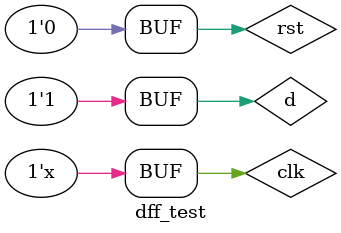
<source format=v>
module dff(q, qbar, d, clk, rst);
    output q, qbar;        // Outputs: q and qbar
    input clk, d, rst;     // Inputs: clock, data, reset
    reg tq;                // Internal register to store state

    // Always block for synchronous reset and data input
    always @(posedge clk or posedge rst) begin
        if (rst)           // If reset is high
            tq <= 1'b0;    // Reset the flip-flop
        else               // Otherwise
            tq <= d;       // Store data on the rising edge of clk
    end

    assign q = tq;          // Assign q to internal register
    assign qbar = ~tq;      // Complement of q
endmodule


module dff_test;
    reg clk, d, rst;       // Inputs: clock, data, reset
    wire q, qbar;          // Outputs: q and qbar

    // Instantiate D Flip-Flop
    dff d1(q, qbar, d, clk, rst);

    // Clock generation
    initial clk = 1'b0;    // Initialize clock to 0
    always #10 clk = ~clk; // Toggle clock every 10 ns

    // Stimulus block
    initial begin
        // Test sequence
        rst = 1'b1; d = 1'b0;       // Assert reset
        #15 rst = 1'b0;             // Deassert reset
        #25 d = 1'b1;               // Apply input data
        #20 d = 1'b0;
        #20 d = 1'b1;
    end
endmodule

</source>
